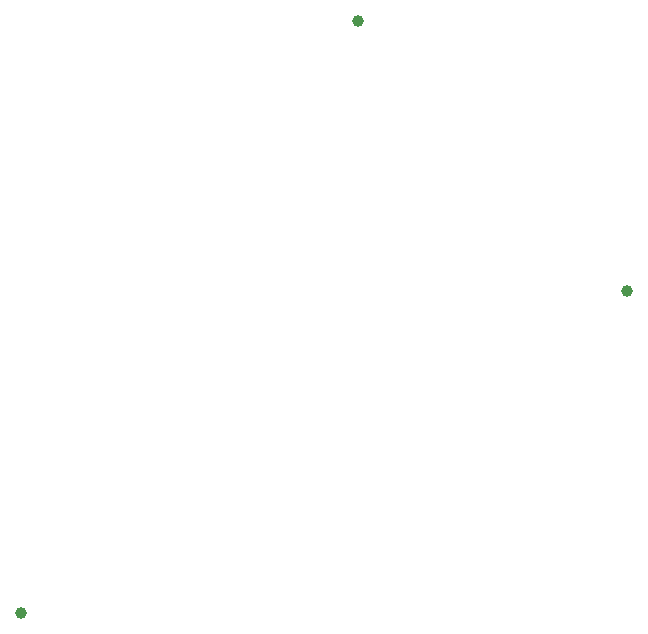
<source format=gbp>
G04*
G04 #@! TF.GenerationSoftware,Altium Limited,Altium Designer,20.2.6 (244)*
G04*
G04 Layer_Color=128*
%FSLAX44Y44*%
%MOMM*%
G71*
G04*
G04 #@! TF.SameCoordinates,D8BAA703-6470-441F-A09B-1F1B88CACBC1*
G04*
G04*
G04 #@! TF.FilePolarity,Positive*
G04*
G01*
G75*
%ADD30C,1.0000*%
D30*
X320000Y560000D02*
D03*
X35000Y59000D02*
D03*
X548000Y332000D02*
D03*
M02*

</source>
